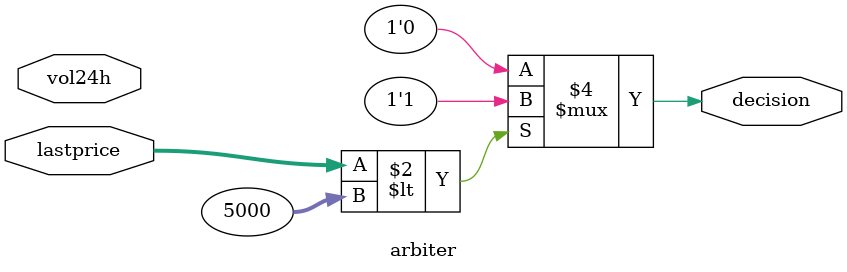
<source format=sv>
module arbiter ( // makes a decision based on unpacked values and returns a signal
    input logic [31:0] lastprice,
    input logic [31:0] vol24h,
    output bit decision
);

always_comb begin
    if (lastprice < 32'd5000) // if last ETHUSD price was less than 5000
        decision = 1; // map this to making an led green
    else
        decision = 0;
    end
endmodule
</source>
